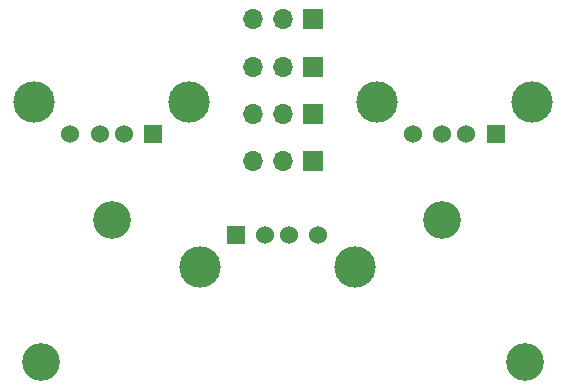
<source format=gbr>
%TF.GenerationSoftware,KiCad,Pcbnew,7.0.2*%
%TF.CreationDate,2023-04-22T20:19:08-03:00*%
%TF.ProjectId,usbsplitter,75736273-706c-4697-9474-65722e6b6963,1.0.1*%
%TF.SameCoordinates,Original*%
%TF.FileFunction,Soldermask,Bot*%
%TF.FilePolarity,Negative*%
%FSLAX46Y46*%
G04 Gerber Fmt 4.6, Leading zero omitted, Abs format (unit mm)*
G04 Created by KiCad (PCBNEW 7.0.2) date 2023-04-22 20:19:08*
%MOMM*%
%LPD*%
G01*
G04 APERTURE LIST*
%ADD10C,3.200000*%
%ADD11R,1.700000X1.700000*%
%ADD12O,1.700000X1.700000*%
%ADD13R,1.524000X1.524000*%
%ADD14C,1.524000*%
%ADD15C,3.500000*%
G04 APERTURE END LIST*
D10*
%TO.C,REF\u002A\u002A*%
X162000000Y-87000000D03*
%TD*%
%TO.C,REF\u002A\u002A*%
X197000000Y-99000000D03*
%TD*%
%TO.C,REF\u002A\u002A*%
X156000000Y-99000000D03*
%TD*%
%TO.C,REF\u002A\u002A*%
X190000000Y-87000000D03*
%TD*%
D11*
%TO.C,SW4*%
X179000000Y-82000000D03*
D12*
X176460000Y-82000000D03*
X173920000Y-82000000D03*
%TD*%
D11*
%TO.C,SW3*%
X179000000Y-74000000D03*
D12*
X176460000Y-74000000D03*
X173920000Y-74000000D03*
%TD*%
D11*
%TO.C,SW2*%
X179000000Y-78000000D03*
D12*
X176460000Y-78000000D03*
X173920000Y-78000000D03*
%TD*%
D11*
%TO.C,SW1*%
X179000000Y-70000000D03*
D12*
X176460000Y-70000000D03*
X173920000Y-70000000D03*
%TD*%
D13*
%TO.C,OUT2*%
X165500000Y-79727500D03*
D14*
X163000000Y-79727500D03*
X161000000Y-79727500D03*
X158500000Y-79727500D03*
D15*
X155430000Y-77017500D03*
X168570000Y-77017500D03*
%TD*%
D13*
%TO.C,OUT1*%
X194500000Y-79727500D03*
D14*
X192000000Y-79727500D03*
X190000000Y-79727500D03*
X187500000Y-79727500D03*
D15*
X184430000Y-77017500D03*
X197570000Y-77017500D03*
%TD*%
D13*
%TO.C,IN1*%
X172500000Y-88272500D03*
D14*
X175000000Y-88272500D03*
X177000000Y-88272500D03*
X179500000Y-88272500D03*
D15*
X182570000Y-90982500D03*
X169430000Y-90982500D03*
%TD*%
M02*

</source>
